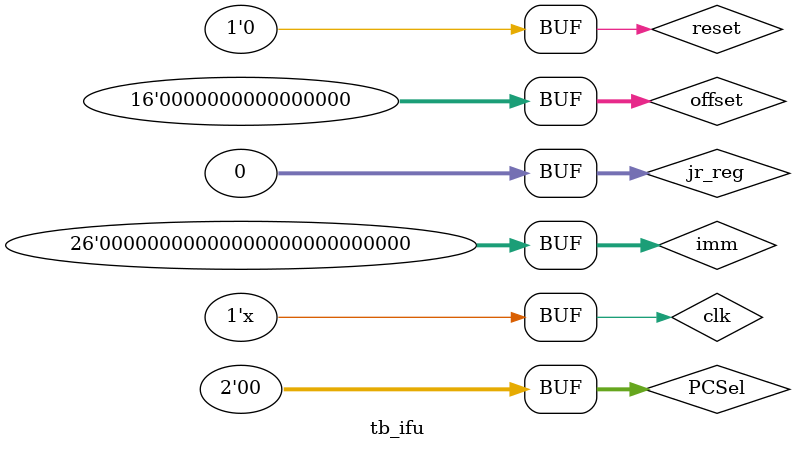
<source format=v>
`timescale 1ns / 1ps


module tb_ifu;

	// Inputs
	reg clk;
	reg reset; 
	reg [1:0] PCSel;
	reg [15:0] offset;
	reg [25:0] imm;
	reg [31:0] jr_reg;

	// Outputs
	wire [31:0] PC;
	wire [31:0] PCa4;
	wire [31:0] Instr;

	// Instantiate the Unit Under Test (UUT)
	ifu uut (
		.clk(clk), 
		.reset(reset), 
		.PCSel(PCSel), 
		.offset(offset), 
		.imm(imm), 
		.jr_reg(jr_reg), 
		.PC(PC), 
		.PCa4(PCa4), 
		.Instr(Instr)
	);

	initial begin
		// Initialize Inputs
		clk = 0;
		reset = 0;
		PCSel = 0;
		offset = 0;
		imm = 0;
		jr_reg = 0;

		// Wait 100 ns for global reset to finish
		#100;
        
		// Add stimulus here
		reset = 1;
		#10;
		reset = 0;
		PCSel = 0;
		offset = 0;
		imm = 0;
		jr_reg = 0;
	end

	always #5 clk = ~clk;
      
endmodule


</source>
